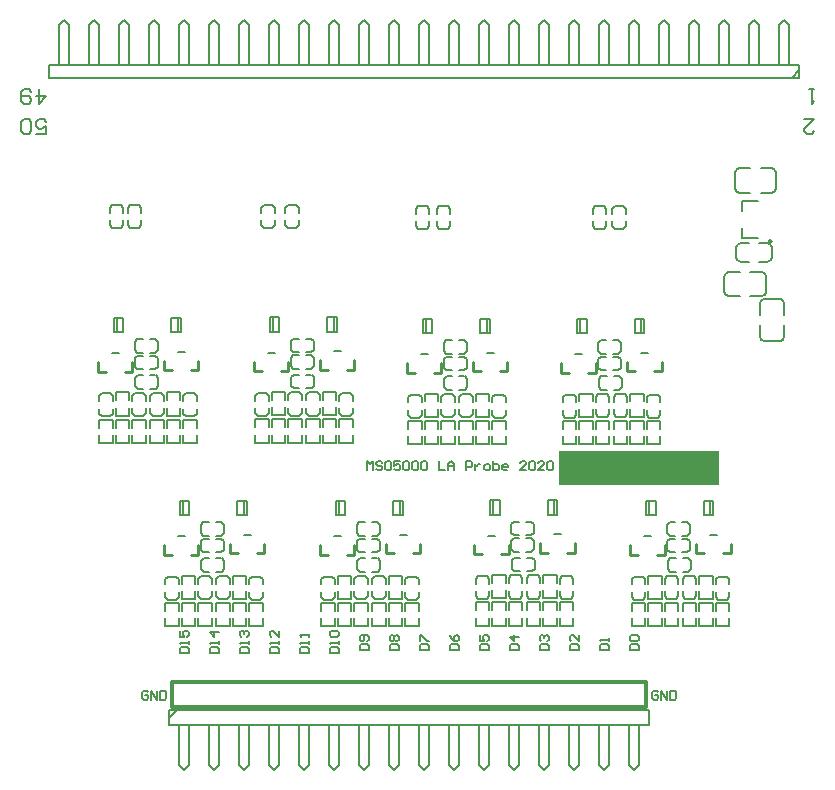
<source format=gto>
G04 Layer_Color=65535*
%FSLAX25Y25*%
%MOIN*%
G70*
G01*
G75*
%ADD21C,0.01000*%
%ADD22C,0.00600*%
%ADD28C,0.01181*%
%ADD36C,0.00787*%
%ADD37C,0.00984*%
%ADD38C,0.00800*%
%ADD39R,0.53500X0.11500*%
G54D21*
X179650Y47268D02*
X182248D01*
Y50476D01*
X170752Y47268D02*
Y50476D01*
Y47268D02*
X173350D01*
X170752D02*
X173350D01*
X170752D02*
X173350D01*
X157650Y46768D02*
X160248D01*
Y49976D01*
X148752Y46768D02*
Y49976D01*
Y46768D02*
X151350D01*
X148752D02*
X151350D01*
X148752D02*
X151350D01*
X2150Y108287D02*
X4748D01*
Y111496D01*
X-6748Y108287D02*
Y111496D01*
Y108287D02*
X-4150D01*
X-6748D02*
X-4150D01*
X-6748D02*
X-4150D01*
X-19850Y107787D02*
X-17252D01*
Y110996D01*
X-28748Y107787D02*
Y110996D01*
Y107787D02*
X-26150D01*
X-28748D02*
X-26150D01*
X-28748D02*
X-26150D01*
X24150Y47268D02*
X26748D01*
Y50476D01*
X15252Y47268D02*
Y50476D01*
Y47268D02*
X17850D01*
X15252D02*
X17850D01*
X15252D02*
X17850D01*
X2150Y46768D02*
X4748D01*
Y49976D01*
X-6748Y46768D02*
Y49976D01*
Y46768D02*
X-4150D01*
X-6748D02*
X-4150D01*
X-6748D02*
X-4150D01*
X54150Y108441D02*
X56748D01*
Y111650D01*
X45252Y108441D02*
Y111650D01*
Y108441D02*
X47850D01*
X45252D02*
X47850D01*
X45252D02*
X47850D01*
X32150Y107941D02*
X34748D01*
Y111150D01*
X23252Y107941D02*
Y111150D01*
Y107941D02*
X25850D01*
X23252D02*
X25850D01*
X23252D02*
X25850D01*
X76150Y47268D02*
X78748D01*
Y50476D01*
X67252Y47268D02*
Y50476D01*
Y47268D02*
X69850D01*
X67252D02*
X69850D01*
X67252D02*
X69850D01*
X54150Y46768D02*
X56748D01*
Y49976D01*
X45252Y46768D02*
Y49976D01*
Y46768D02*
X47850D01*
X45252D02*
X47850D01*
X45252D02*
X47850D01*
X105150Y107941D02*
X107748D01*
Y111150D01*
X96252Y107941D02*
Y111150D01*
Y107941D02*
X98850D01*
X96252D02*
X98850D01*
X96252D02*
X98850D01*
X83150Y107441D02*
X85748D01*
Y110650D01*
X74252Y107441D02*
Y110650D01*
Y107441D02*
X76850D01*
X74252D02*
X76850D01*
X74252D02*
X76850D01*
X127650Y47441D02*
X130248D01*
Y50650D01*
X118752Y47441D02*
Y50650D01*
Y47441D02*
X121350D01*
X118752D02*
X121350D01*
X118752D02*
X121350D01*
X105650Y46941D02*
X108248D01*
Y50150D01*
X96752Y46941D02*
Y50150D01*
Y46941D02*
X99350D01*
X96752D02*
X99350D01*
X96752D02*
X99350D01*
X156650Y107941D02*
X159248D01*
Y111150D01*
X147752Y107941D02*
Y111150D01*
Y107941D02*
X150350D01*
X147752D02*
X150350D01*
X147752D02*
X150350D01*
X134650Y107441D02*
X137248D01*
Y110650D01*
X125752Y107441D02*
Y110650D01*
Y107441D02*
X128350D01*
X125752D02*
X128350D01*
X125752D02*
X128350D01*
G54D22*
X148501Y15000D02*
X151500D01*
Y16499D01*
X151000Y16999D01*
X149001D01*
X148501Y16499D01*
Y15000D01*
X149001Y17999D02*
X148501Y18499D01*
Y19499D01*
X149001Y19998D01*
X151000D01*
X151500Y19499D01*
Y18499D01*
X151000Y17999D01*
X149001D01*
X138501Y15000D02*
X141500D01*
Y16499D01*
X141000Y16999D01*
X139001D01*
X138501Y16499D01*
Y15000D01*
X141500Y17999D02*
Y18999D01*
Y18499D01*
X138501D01*
X139001Y17999D01*
X128501Y15000D02*
X131500D01*
Y16499D01*
X131000Y16999D01*
X129001D01*
X128501Y16499D01*
Y15000D01*
X131500Y19998D02*
Y17999D01*
X129501Y19998D01*
X129001D01*
X128501Y19499D01*
Y18499D01*
X129001Y17999D01*
X118501Y15000D02*
X121500D01*
Y16499D01*
X121000Y16999D01*
X119001D01*
X118501Y16499D01*
Y15000D01*
X119001Y17999D02*
X118501Y18499D01*
Y19499D01*
X119001Y19998D01*
X119501D01*
X120001Y19499D01*
Y18999D01*
Y19499D01*
X120500Y19998D01*
X121000D01*
X121500Y19499D01*
Y18499D01*
X121000Y17999D01*
X108501Y15000D02*
X111500D01*
Y16499D01*
X111000Y16999D01*
X109001D01*
X108501Y16499D01*
Y15000D01*
X111500Y19499D02*
X108501D01*
X110001Y17999D01*
Y19998D01*
X98501Y15000D02*
X101500D01*
Y16499D01*
X101000Y16999D01*
X99001D01*
X98501Y16499D01*
Y15000D01*
Y19998D02*
Y17999D01*
X100001D01*
X99501Y18999D01*
Y19499D01*
X100001Y19998D01*
X101000D01*
X101500Y19499D01*
Y18499D01*
X101000Y17999D01*
X88501Y15000D02*
X91500D01*
Y16499D01*
X91000Y16999D01*
X89001D01*
X88501Y16499D01*
Y15000D01*
Y19998D02*
X89001Y18999D01*
X90000Y17999D01*
X91000D01*
X91500Y18499D01*
Y19499D01*
X91000Y19998D01*
X90500D01*
X90000Y19499D01*
Y17999D01*
X78501Y15000D02*
X81500D01*
Y16499D01*
X81000Y16999D01*
X79001D01*
X78501Y16499D01*
Y15000D01*
Y17999D02*
Y19998D01*
X79001D01*
X81000Y17999D01*
X81500D01*
X68501Y15000D02*
X71500D01*
Y16499D01*
X71000Y16999D01*
X69001D01*
X68501Y16499D01*
Y15000D01*
X69001Y17999D02*
X68501Y18499D01*
Y19499D01*
X69001Y19998D01*
X69501D01*
X70000Y19499D01*
X70500Y19998D01*
X71000D01*
X71500Y19499D01*
Y18499D01*
X71000Y17999D01*
X70500D01*
X70000Y18499D01*
X69501Y17999D01*
X69001D01*
X70000Y18499D02*
Y19499D01*
X58501Y15000D02*
X61500D01*
Y16499D01*
X61000Y16999D01*
X59001D01*
X58501Y16499D01*
Y15000D01*
X61000Y17999D02*
X61500Y18499D01*
Y19499D01*
X61000Y19998D01*
X59001D01*
X58501Y19499D01*
Y18499D01*
X59001Y17999D01*
X59501D01*
X60000Y18499D01*
Y19998D01*
X48501Y14000D02*
X51500D01*
Y15499D01*
X51000Y15999D01*
X49001D01*
X48501Y15499D01*
Y14000D01*
X51500Y16999D02*
Y17999D01*
Y17499D01*
X48501D01*
X49001Y16999D01*
Y19498D02*
X48501Y19998D01*
Y20998D01*
X49001Y21498D01*
X51000D01*
X51500Y20998D01*
Y19998D01*
X51000Y19498D01*
X49001D01*
X38501Y14000D02*
X41500D01*
Y15499D01*
X41000Y15999D01*
X39001D01*
X38501Y15499D01*
Y14000D01*
X41500Y16999D02*
Y17999D01*
Y17499D01*
X38501D01*
X39001Y16999D01*
X41500Y19498D02*
Y20498D01*
Y19998D01*
X38501D01*
X39001Y19498D01*
X28501Y14000D02*
X31500D01*
Y15499D01*
X31000Y15999D01*
X29001D01*
X28501Y15499D01*
Y14000D01*
X31500Y16999D02*
Y17999D01*
Y17499D01*
X28501D01*
X29001Y16999D01*
X31500Y21498D02*
Y19498D01*
X29501Y21498D01*
X29001D01*
X28501Y20998D01*
Y19998D01*
X29001Y19498D01*
X18501Y14000D02*
X21500D01*
Y15499D01*
X21000Y15999D01*
X19001D01*
X18501Y15499D01*
Y14000D01*
X21500Y16999D02*
Y17999D01*
Y17499D01*
X18501D01*
X19001Y16999D01*
Y19498D02*
X18501Y19998D01*
Y20998D01*
X19001Y21498D01*
X19501D01*
X20000Y20998D01*
Y20498D01*
Y20998D01*
X20500Y21498D01*
X21000D01*
X21500Y20998D01*
Y19998D01*
X21000Y19498D01*
X8501Y14000D02*
X11500D01*
Y15499D01*
X11000Y15999D01*
X9001D01*
X8501Y15499D01*
Y14000D01*
X11500Y16999D02*
Y17999D01*
Y17499D01*
X8501D01*
X9001Y16999D01*
X11500Y20998D02*
X8501D01*
X10001Y19498D01*
Y21498D01*
X-1499Y14000D02*
X1500D01*
Y15499D01*
X1000Y15999D01*
X-999D01*
X-1499Y15499D01*
Y14000D01*
X1500Y16999D02*
Y17999D01*
Y17499D01*
X-1499D01*
X-999Y16999D01*
X-1499Y21498D02*
Y19498D01*
X0D01*
X-499Y20498D01*
Y20998D01*
X0Y21498D01*
X1000D01*
X1500Y20998D01*
Y19998D01*
X1000Y19498D01*
X157999Y999D02*
X157500Y1499D01*
X156500D01*
X156000Y999D01*
Y-1000D01*
X156500Y-1500D01*
X157500D01*
X157999Y-1000D01*
Y-0D01*
X157000D01*
X158999Y-1500D02*
Y1499D01*
X160998Y-1500D01*
Y1499D01*
X161998D02*
Y-1500D01*
X163498D01*
X163997Y-1000D01*
Y999D01*
X163498Y1499D01*
X161998D01*
X-12001Y999D02*
X-12501Y1499D01*
X-13500D01*
X-14000Y999D01*
Y-1000D01*
X-13500Y-1500D01*
X-12501D01*
X-12001Y-1000D01*
Y-0D01*
X-13000D01*
X-11001Y-1500D02*
Y1499D01*
X-9002Y-1500D01*
Y1499D01*
X-8002D02*
Y-1500D01*
X-6502D01*
X-6003Y-1000D01*
Y999D01*
X-6502Y1499D01*
X-8002D01*
X61000Y75000D02*
Y77999D01*
X62000Y76999D01*
X62999Y77999D01*
Y75000D01*
X65998Y77499D02*
X65499Y77999D01*
X64499D01*
X63999Y77499D01*
Y76999D01*
X64499Y76499D01*
X65499D01*
X65998Y76000D01*
Y75500D01*
X65499Y75000D01*
X64499D01*
X63999Y75500D01*
X68498Y77999D02*
X67498D01*
X66998Y77499D01*
Y75500D01*
X67498Y75000D01*
X68498D01*
X68997Y75500D01*
Y77499D01*
X68498Y77999D01*
X71996D02*
X69997D01*
Y76499D01*
X70997Y76999D01*
X71497D01*
X71996Y76499D01*
Y75500D01*
X71497Y75000D01*
X70497D01*
X69997Y75500D01*
X72996Y77499D02*
X73496Y77999D01*
X74496D01*
X74995Y77499D01*
Y75500D01*
X74496Y75000D01*
X73496D01*
X72996Y75500D01*
Y77499D01*
X75995D02*
X76495Y77999D01*
X77495D01*
X77995Y77499D01*
Y75500D01*
X77495Y75000D01*
X76495D01*
X75995Y75500D01*
Y77499D01*
X78994D02*
X79494Y77999D01*
X80494D01*
X80993Y77499D01*
Y75500D01*
X80494Y75000D01*
X79494D01*
X78994Y75500D01*
Y77499D01*
X84992Y77999D02*
Y75000D01*
X86992D01*
X87991D02*
Y76999D01*
X88991Y77999D01*
X89991Y76999D01*
Y75000D01*
Y76499D01*
X87991D01*
X93989Y75000D02*
Y77999D01*
X95489D01*
X95989Y77499D01*
Y76499D01*
X95489Y76000D01*
X93989D01*
X96988Y76999D02*
Y75000D01*
Y76000D01*
X97488Y76499D01*
X97988Y76999D01*
X98488D01*
X100487Y75000D02*
X101487D01*
X101987Y75500D01*
Y76499D01*
X101487Y76999D01*
X100487D01*
X99987Y76499D01*
Y75500D01*
X100487Y75000D01*
X102986Y77999D02*
Y75000D01*
X104486D01*
X104986Y75500D01*
Y76000D01*
Y76499D01*
X104486Y76999D01*
X102986D01*
X107485Y75000D02*
X106485D01*
X105985Y75500D01*
Y76499D01*
X106485Y76999D01*
X107485D01*
X107985Y76499D01*
Y76000D01*
X105985D01*
X113983Y75000D02*
X111984D01*
X113983Y76999D01*
Y77499D01*
X113483Y77999D01*
X112483D01*
X111984Y77499D01*
X114982D02*
X115482Y77999D01*
X116482D01*
X116982Y77499D01*
Y75500D01*
X116482Y75000D01*
X115482D01*
X114982Y75500D01*
Y77499D01*
X119981Y75000D02*
X117982D01*
X119981Y76999D01*
Y77499D01*
X119481Y77999D01*
X118481D01*
X117982Y77499D01*
X120981D02*
X121480Y77999D01*
X122480D01*
X122980Y77499D01*
Y75500D01*
X122480Y75000D01*
X121480D01*
X120981Y75500D01*
Y77499D01*
G54D28*
X-3500Y4500D02*
X154000D01*
Y-4000D02*
Y4500D01*
X-4000Y-4000D02*
X154000D01*
X-4000D02*
Y4500D01*
G54D36*
X192394Y132925D02*
X193507Y133386D01*
X193968Y134500D01*
X193968Y139500D02*
X193507Y140614D01*
X192394Y141075D01*
X181606Y141075D02*
X180493Y140614D01*
X180032Y139500D01*
X180032Y134500D02*
X180493Y133386D01*
X181606Y132925D01*
X200075Y130394D02*
X199614Y131507D01*
X198500Y131968D01*
X193500Y131968D02*
X192386Y131507D01*
X191925Y130394D01*
X191925Y119606D02*
X192386Y118493D01*
X193500Y118032D01*
X198500Y118032D02*
X199614Y118493D01*
X200075Y119606D01*
X160988Y53929D02*
X161854Y53063D01*
Y57591D02*
X160988Y56724D01*
X167799Y53063D02*
X168665Y53929D01*
Y56724D02*
X167799Y57591D01*
X-7602Y93008D02*
X-6736Y93874D01*
X-11264D02*
X-10398Y93008D01*
X-6736Y99819D02*
X-7602Y100685D01*
X-10398D02*
X-11264Y99819D01*
X3398Y92835D02*
X4264Y93701D01*
X-264D02*
X602Y92835D01*
X4264Y99646D02*
X3398Y100512D01*
X602D02*
X-264Y99646D01*
X-24602Y92835D02*
X-23736Y93701D01*
X-28264D02*
X-27398Y92835D01*
X-23736Y99646D02*
X-24602Y100512D01*
X-27398D02*
X-28264Y99646D01*
X-13602Y93008D02*
X-12736Y93874D01*
X-17264D02*
X-16398Y93008D01*
X-12736Y99819D02*
X-13602Y100685D01*
X-16398D02*
X-17264Y99819D01*
X-8661Y105744D02*
X-9528Y106610D01*
Y102083D02*
X-8661Y102949D01*
X-15472Y106610D02*
X-16339Y105744D01*
Y102949D02*
X-15472Y102083D01*
X-8835Y112244D02*
X-9701Y113110D01*
Y108583D02*
X-8835Y109449D01*
X-15646Y113110D02*
X-16512Y112244D01*
Y109449D02*
X-15646Y108583D01*
X-16512Y114949D02*
X-15646Y114083D01*
Y118610D02*
X-16512Y117744D01*
X-9701Y114083D02*
X-8835Y114949D01*
Y117744D02*
X-9701Y118610D01*
X14398Y31988D02*
X15264Y32854D01*
X10736D02*
X11602Y31988D01*
X15264Y38799D02*
X14398Y39665D01*
X11602D02*
X10736Y38799D01*
X25398Y31815D02*
X26264Y32681D01*
X21736D02*
X22602Y31815D01*
X26264Y38626D02*
X25398Y39492D01*
X22602D02*
X21736Y38626D01*
X-2602Y31815D02*
X-1736Y32681D01*
X-6264D02*
X-5398Y31815D01*
X-1736Y38626D02*
X-2602Y39492D01*
X-5398D02*
X-6264Y38626D01*
X8398Y31988D02*
X9264Y32854D01*
X4736D02*
X5602Y31988D01*
X9264Y38799D02*
X8398Y39665D01*
X5602D02*
X4736Y38799D01*
X13339Y44724D02*
X12472Y45591D01*
Y41063D02*
X13339Y41929D01*
X6527Y45591D02*
X5661Y44724D01*
Y41929D02*
X6527Y41063D01*
X13165Y51224D02*
X12299Y52091D01*
Y47563D02*
X13165Y48429D01*
X6354Y52091D02*
X5488Y51224D01*
Y48429D02*
X6354Y47563D01*
X5488Y53929D02*
X6354Y53063D01*
Y57591D02*
X5488Y56724D01*
X12299Y53063D02*
X13165Y53929D01*
Y56724D02*
X12299Y57591D01*
X44398Y93161D02*
X45264Y94028D01*
X40736D02*
X41602Y93161D01*
X45264Y99972D02*
X44398Y100839D01*
X41602D02*
X40736Y99972D01*
X55398Y92988D02*
X56264Y93854D01*
X51736D02*
X52602Y92988D01*
X56264Y99799D02*
X55398Y100665D01*
X52602D02*
X51736Y99799D01*
X27398Y92988D02*
X28264Y93854D01*
X23736D02*
X24602Y92988D01*
X28264Y99799D02*
X27398Y100665D01*
X24602D02*
X23736Y99799D01*
X38398Y93161D02*
X39264Y94028D01*
X34736D02*
X35602Y93161D01*
X39264Y99972D02*
X38398Y100839D01*
X35602D02*
X34736Y99972D01*
X43339Y105898D02*
X42472Y106764D01*
Y102236D02*
X43339Y103102D01*
X36528Y106764D02*
X35661Y105898D01*
Y103102D02*
X36528Y102236D01*
X43165Y112398D02*
X42299Y113264D01*
Y108736D02*
X43165Y109602D01*
X36354Y113264D02*
X35488Y112398D01*
Y109602D02*
X36354Y108736D01*
X35488Y115102D02*
X36354Y114236D01*
Y118764D02*
X35488Y117898D01*
X42299Y114236D02*
X43165Y115102D01*
Y117898D02*
X42299Y118764D01*
X66398Y31988D02*
X67264Y32854D01*
X62736D02*
X63602Y31988D01*
X67264Y38799D02*
X66398Y39665D01*
X63602D02*
X62736Y38799D01*
X77398Y31815D02*
X78264Y32681D01*
X73736D02*
X74602Y31815D01*
X78264Y38626D02*
X77398Y39492D01*
X74602D02*
X73736Y38626D01*
X49398Y31815D02*
X50264Y32681D01*
X45736D02*
X46602Y31815D01*
X50264Y38626D02*
X49398Y39492D01*
X46602D02*
X45736Y38626D01*
X60398Y31988D02*
X61264Y32854D01*
X56736D02*
X57602Y31988D01*
X61264Y38799D02*
X60398Y39665D01*
X57602D02*
X56736Y38799D01*
X65339Y44724D02*
X64472Y45591D01*
Y41063D02*
X65339Y41929D01*
X58527Y45591D02*
X57661Y44724D01*
Y41929D02*
X58527Y41063D01*
X65165Y51224D02*
X64299Y52091D01*
Y47563D02*
X65165Y48429D01*
X58354Y52091D02*
X57488Y51224D01*
Y48429D02*
X58354Y47563D01*
X57488Y53929D02*
X58354Y53063D01*
Y57591D02*
X57488Y56724D01*
X64299Y53063D02*
X65165Y53929D01*
Y56724D02*
X64299Y57591D01*
X95398Y92661D02*
X96264Y93528D01*
X91736D02*
X92602Y92661D01*
X96264Y99472D02*
X95398Y100339D01*
X92602D02*
X91736Y99472D01*
X106398Y92488D02*
X107264Y93354D01*
X102736D02*
X103602Y92488D01*
X107264Y99299D02*
X106398Y100165D01*
X103602D02*
X102736Y99299D01*
X78398Y92488D02*
X79264Y93354D01*
X74736D02*
X75602Y92488D01*
X79264Y99299D02*
X78398Y100165D01*
X75602D02*
X74736Y99299D01*
X89398Y92661D02*
X90264Y93528D01*
X85736D02*
X86602Y92661D01*
X90264Y99472D02*
X89398Y100339D01*
X86602D02*
X85736Y99472D01*
X94339Y105398D02*
X93472Y106264D01*
Y101736D02*
X94339Y102602D01*
X87528Y106264D02*
X86661Y105398D01*
Y102602D02*
X87528Y101736D01*
X94165Y111898D02*
X93299Y112764D01*
Y108236D02*
X94165Y109102D01*
X87354Y112764D02*
X86488Y111898D01*
Y109102D02*
X87354Y108236D01*
X86488Y114602D02*
X87354Y113736D01*
Y118264D02*
X86488Y117398D01*
X93299Y113736D02*
X94165Y114602D01*
Y117398D02*
X93299Y118264D01*
X117898Y32161D02*
X118764Y33027D01*
X114236D02*
X115102Y32161D01*
X118764Y38972D02*
X117898Y39839D01*
X115102D02*
X114236Y38972D01*
X128898Y31988D02*
X129764Y32854D01*
X125236D02*
X126102Y31988D01*
X129764Y38799D02*
X128898Y39665D01*
X126102D02*
X125236Y38799D01*
X100898Y31988D02*
X101764Y32854D01*
X97236D02*
X98102Y31988D01*
X101764Y38799D02*
X100898Y39665D01*
X98102D02*
X97236Y38799D01*
X111898Y32161D02*
X112764Y33027D01*
X108236D02*
X109102Y32161D01*
X112764Y38972D02*
X111898Y39839D01*
X109102D02*
X108236Y38972D01*
X116839Y44898D02*
X115972Y45764D01*
Y41236D02*
X116839Y42102D01*
X110028Y45764D02*
X109161Y44898D01*
Y42102D02*
X110028Y41236D01*
X116665Y51398D02*
X115799Y52264D01*
Y47736D02*
X116665Y48602D01*
X109854Y52264D02*
X108988Y51398D01*
Y48602D02*
X109854Y47736D01*
X108988Y54102D02*
X109854Y53236D01*
Y57764D02*
X108988Y56898D01*
X115799Y53236D02*
X116665Y54102D01*
Y56898D02*
X115799Y57764D01*
X146898Y92661D02*
X147764Y93528D01*
X143236D02*
X144102Y92661D01*
X147764Y99472D02*
X146898Y100339D01*
X144102D02*
X143236Y99472D01*
X157898Y92488D02*
X158764Y93354D01*
X154236D02*
X155102Y92488D01*
X158764Y99299D02*
X157898Y100165D01*
X155102D02*
X154236Y99299D01*
X129898Y92488D02*
X130764Y93354D01*
X126236D02*
X127102Y92488D01*
X130764Y99299D02*
X129898Y100165D01*
X127102D02*
X126236Y99299D01*
X140898Y92661D02*
X141764Y93528D01*
X137236D02*
X138102Y92661D01*
X141764Y99472D02*
X140898Y100339D01*
X138102D02*
X137236Y99472D01*
X145839Y105398D02*
X144972Y106264D01*
Y101736D02*
X145839Y102602D01*
X139028Y106264D02*
X138161Y105398D01*
Y102602D02*
X139028Y101736D01*
X145665Y111898D02*
X144799Y112764D01*
Y108236D02*
X145665Y109102D01*
X138854Y112764D02*
X137988Y111898D01*
Y109102D02*
X138854Y108236D01*
X137988Y114602D02*
X138854Y113736D01*
Y118264D02*
X137988Y117398D01*
X144799Y113736D02*
X145665Y114602D01*
Y117398D02*
X144799Y118264D01*
X169898Y31988D02*
X170764Y32854D01*
X166236D02*
X167102Y31988D01*
X170764Y38799D02*
X169898Y39665D01*
X167102D02*
X166236Y38799D01*
X180898Y31815D02*
X181764Y32681D01*
X177236D02*
X178102Y31815D01*
X181764Y38626D02*
X180898Y39492D01*
X178102D02*
X177236Y38626D01*
X152898Y31815D02*
X153764Y32681D01*
X149236D02*
X150102Y31815D01*
X153764Y38626D02*
X152898Y39492D01*
X150102D02*
X149236Y38626D01*
X163898Y31988D02*
X164764Y32854D01*
X160236D02*
X161102Y31988D01*
X164764Y38799D02*
X163898Y39665D01*
X161102D02*
X160236Y38799D01*
X168839Y44724D02*
X167972Y45591D01*
Y41063D02*
X168839Y41929D01*
X162028Y45591D02*
X161161Y44724D01*
Y41929D02*
X162028Y41063D01*
X168665Y51224D02*
X167799Y52091D01*
Y47563D02*
X168665Y48429D01*
X161854Y52091D02*
X160988Y51224D01*
Y48429D02*
X161854Y47563D01*
X-15102Y155661D02*
X-14236Y156528D01*
X-18764D02*
X-17898Y155661D01*
X-14236Y162472D02*
X-15102Y163339D01*
X-17898D02*
X-18764Y162472D01*
X-21102Y155661D02*
X-20236Y156528D01*
X-24764D02*
X-23898Y155661D01*
X-20236Y162472D02*
X-21102Y163339D01*
X-23898D02*
X-24764Y162472D01*
X37398Y155661D02*
X38264Y156528D01*
X33736D02*
X34602Y155661D01*
X38264Y162472D02*
X37398Y163339D01*
X34602D02*
X33736Y162472D01*
X29398Y155661D02*
X30264Y156528D01*
X25736D02*
X26602Y155661D01*
X30264Y162472D02*
X29398Y163339D01*
X26602D02*
X25736Y162472D01*
X87898Y155335D02*
X88764Y156201D01*
X84236D02*
X85102Y155335D01*
X88764Y162146D02*
X87898Y163012D01*
X85102D02*
X84236Y162146D01*
X80898Y155335D02*
X81764Y156201D01*
X77236D02*
X78102Y155335D01*
X81764Y162146D02*
X80898Y163012D01*
X78102D02*
X77236Y162146D01*
X146398Y155335D02*
X147264Y156201D01*
X142736D02*
X143602Y155335D01*
X147264Y162146D02*
X146398Y163012D01*
X143602D02*
X142736Y162146D01*
X139898Y155335D02*
X140764Y156201D01*
X136236D02*
X137102Y155335D01*
X140764Y162146D02*
X139898Y163012D01*
X137102D02*
X136236Y162146D01*
X183925Y145965D02*
X184386Y144851D01*
X185500Y144390D01*
X185500Y150610D02*
X184386Y150149D01*
X183925Y149035D01*
X196012Y149035D02*
X195551Y150149D01*
X194437Y150610D01*
Y144390D02*
X195551Y144851D01*
X196012Y145965D01*
X195894Y167425D02*
X197007Y167886D01*
X197468Y169000D01*
X197468Y174000D02*
X197007Y175114D01*
X195894Y175575D01*
X185106Y175575D02*
X183993Y175114D01*
X183531Y174000D01*
X183531Y169000D02*
X183993Y167886D01*
X185106Y167425D01*
X193968Y134500D02*
Y139500D01*
X188772Y141075D02*
X192394D01*
X180032Y134500D02*
Y139500D01*
X181606Y141075D02*
X185228D01*
X181606Y132925D02*
X185228D01*
X188772D02*
X192394D01*
X193500Y131968D02*
X198500D01*
X191925Y126772D02*
Y130394D01*
X193500Y118032D02*
X198500D01*
X191925Y119606D02*
Y123228D01*
X200075Y119606D02*
Y123228D01*
Y126772D02*
Y130394D01*
X160988Y53929D02*
Y56724D01*
X161874Y53063D02*
X163646D01*
X161874Y57591D02*
X163646D01*
X166008Y53063D02*
X167780D01*
X166008Y57591D02*
X167780D01*
X168665Y53929D02*
Y56724D01*
X175319Y53370D02*
X177681D01*
X153319Y52870D02*
X155681D01*
X173280Y59965D02*
X176429D01*
X173280Y64689D02*
X176429D01*
X175366Y59965D02*
Y64689D01*
X176429Y59965D02*
Y64689D01*
X173280Y59965D02*
Y64689D01*
X154071D02*
X157220D01*
X154071Y59965D02*
X157220D01*
X155134D02*
Y64689D01*
X154071Y59965D02*
Y64689D01*
X157220Y59965D02*
Y64689D01*
X-10398Y93008D02*
X-7602D01*
X-6736Y93894D02*
Y95665D01*
X-11264Y93894D02*
Y95665D01*
X-6736Y98027D02*
Y99799D01*
X-11264Y98027D02*
Y99799D01*
X-10398Y100685D02*
X-7602D01*
X-6736Y89028D02*
Y91685D01*
Y84008D02*
Y86665D01*
X-11264Y89028D02*
Y91685D01*
Y84008D02*
Y86665D01*
Y91685D02*
X-6736D01*
X-11264Y84008D02*
X-6736D01*
X-4220Y120984D02*
X-1071D01*
X-4220Y125709D02*
X-1071D01*
X-2134Y120984D02*
Y125709D01*
X-1071Y120984D02*
Y125709D01*
X-4220Y120984D02*
Y125709D01*
X-1236Y98181D02*
Y100839D01*
Y93161D02*
Y95819D01*
X-5764Y98181D02*
Y100839D01*
Y93161D02*
Y95819D01*
Y100839D02*
X-1236D01*
X-5764Y93161D02*
X-1236D01*
Y89028D02*
Y91685D01*
Y84008D02*
Y86665D01*
X-5764Y89028D02*
Y91685D01*
Y84008D02*
Y86665D01*
Y91685D02*
X-1236D01*
X-5764Y84008D02*
X-1236D01*
X-2181Y114390D02*
X181D01*
X602Y92835D02*
X3398D01*
X4264Y93721D02*
Y95492D01*
X-264Y93721D02*
Y95492D01*
X4264Y97854D02*
Y99626D01*
X-264Y97854D02*
Y99626D01*
X602Y100512D02*
X3398D01*
X4264Y89028D02*
Y91685D01*
Y84008D02*
Y86665D01*
X-264Y89028D02*
Y91685D01*
Y84008D02*
Y86665D01*
Y91685D02*
X4264D01*
X-264Y84008D02*
X4264D01*
X-27398Y92835D02*
X-24602D01*
X-23736Y93721D02*
Y95492D01*
X-28264Y93721D02*
Y95492D01*
X-23736Y97854D02*
Y99626D01*
X-28264Y97854D02*
Y99626D01*
X-27398Y100512D02*
X-24602D01*
X-23736Y89028D02*
Y91685D01*
Y84008D02*
Y86665D01*
X-28264Y89028D02*
Y91685D01*
Y84008D02*
Y86665D01*
Y91685D02*
X-23736D01*
X-28264Y84008D02*
X-23736D01*
X-23429Y125709D02*
X-20279D01*
X-23429Y120984D02*
X-20279D01*
X-22366D02*
Y125709D01*
X-23429Y120984D02*
Y125709D01*
X-20279Y120984D02*
Y125709D01*
X-18236Y98181D02*
Y100839D01*
Y93161D02*
Y95819D01*
X-22764Y98181D02*
Y100839D01*
Y93161D02*
Y95819D01*
Y100839D02*
X-18236D01*
X-22764Y93161D02*
X-18236D01*
Y89028D02*
Y91685D01*
Y84008D02*
Y86665D01*
X-22764Y89028D02*
Y91685D01*
Y84008D02*
Y86665D01*
Y91685D02*
X-18236D01*
X-22764Y84008D02*
X-18236D01*
X-24181Y113890D02*
X-21819D01*
X-16398Y93008D02*
X-13602D01*
X-12736Y93894D02*
Y95665D01*
X-17264Y93894D02*
Y95665D01*
X-12736Y98027D02*
Y99799D01*
X-17264Y98027D02*
Y99799D01*
X-16398Y100685D02*
X-13602D01*
X-12736Y89028D02*
Y91685D01*
Y84008D02*
Y86665D01*
X-17264Y89028D02*
Y91685D01*
Y84008D02*
Y86665D01*
Y91685D02*
X-12736D01*
X-17264Y84008D02*
X-12736D01*
X-8661Y102949D02*
Y105744D01*
X-11319Y106610D02*
X-9547D01*
X-11319Y102083D02*
X-9547D01*
X-15453Y106610D02*
X-13681D01*
X-15453Y102083D02*
X-13681D01*
X-16339Y102949D02*
Y105744D01*
X-8835Y109449D02*
Y112244D01*
X-11492Y113110D02*
X-9720D01*
X-11492Y108583D02*
X-9720D01*
X-15626Y113110D02*
X-13854D01*
X-15626Y108583D02*
X-13854D01*
X-16512Y109449D02*
Y112244D01*
Y114949D02*
Y117744D01*
X-15626Y114083D02*
X-13854D01*
X-15626Y118610D02*
X-13854D01*
X-11492Y114083D02*
X-9720D01*
X-11492Y118610D02*
X-9720D01*
X-8835Y114949D02*
Y117744D01*
X11602Y31988D02*
X14398D01*
X15264Y32874D02*
Y34646D01*
X10736Y32874D02*
Y34646D01*
X15264Y37008D02*
Y38780D01*
X10736Y37008D02*
Y38780D01*
X11602Y39665D02*
X14398D01*
X15264Y28008D02*
Y30665D01*
Y22988D02*
Y25646D01*
X10736Y28008D02*
Y30665D01*
Y22988D02*
Y25646D01*
Y30665D02*
X15264D01*
X10736Y22988D02*
X15264D01*
X17779Y59965D02*
X20929D01*
X17779Y64689D02*
X20929D01*
X19866Y59965D02*
Y64689D01*
X20929Y59965D02*
Y64689D01*
X17779Y59965D02*
Y64689D01*
X20764Y37161D02*
Y39819D01*
Y32142D02*
Y34799D01*
X16236Y37161D02*
Y39819D01*
Y32142D02*
Y34799D01*
Y39819D02*
X20764D01*
X16236Y32142D02*
X20764D01*
Y28008D02*
Y30665D01*
Y22988D02*
Y25646D01*
X16236Y28008D02*
Y30665D01*
Y22988D02*
Y25646D01*
Y30665D02*
X20764D01*
X16236Y22988D02*
X20764D01*
X19819Y53370D02*
X22181D01*
X22602Y31815D02*
X25398D01*
X26264Y32701D02*
Y34473D01*
X21736Y32701D02*
Y34472D01*
X26264Y36835D02*
Y38606D01*
X21736Y36835D02*
Y38606D01*
X22602Y39492D02*
X25398D01*
X26264Y28008D02*
Y30665D01*
Y22988D02*
Y25646D01*
X21736Y28008D02*
Y30665D01*
Y22988D02*
Y25646D01*
Y30665D02*
X26264D01*
X21736Y22988D02*
X26264D01*
X-5398Y31815D02*
X-2602D01*
X-1736Y32701D02*
Y34473D01*
X-6264Y32701D02*
Y34472D01*
X-1736Y36835D02*
Y38606D01*
X-6264Y36835D02*
Y38606D01*
X-5398Y39492D02*
X-2602D01*
X-1736Y28008D02*
Y30665D01*
Y22988D02*
Y25646D01*
X-6264Y28008D02*
Y30665D01*
Y22988D02*
Y25646D01*
Y30665D02*
X-1736D01*
X-6264Y22988D02*
X-1736D01*
X-1429Y64689D02*
X1720D01*
X-1429Y59965D02*
X1720D01*
X-366D02*
Y64689D01*
X-1429Y59965D02*
Y64689D01*
X1720Y59965D02*
Y64689D01*
X3764Y37161D02*
Y39819D01*
Y32142D02*
Y34799D01*
X-764Y37161D02*
Y39819D01*
Y32142D02*
Y34799D01*
Y39819D02*
X3764D01*
X-764Y32142D02*
X3764D01*
Y28008D02*
Y30665D01*
Y22988D02*
Y25646D01*
X-764Y28008D02*
Y30665D01*
Y22988D02*
Y25646D01*
Y30665D02*
X3764D01*
X-764Y22988D02*
X3764D01*
X-2181Y52870D02*
X181D01*
X5602Y31988D02*
X8398D01*
X9264Y32874D02*
Y34646D01*
X4736Y32874D02*
Y34646D01*
X9264Y37008D02*
Y38780D01*
X4736Y37008D02*
Y38780D01*
X5602Y39665D02*
X8398D01*
X9264Y28008D02*
Y30665D01*
Y22988D02*
Y25646D01*
X4736Y28008D02*
Y30665D01*
Y22988D02*
Y25646D01*
Y30665D02*
X9264D01*
X4736Y22988D02*
X9264D01*
X13339Y41929D02*
Y44724D01*
X10681Y45591D02*
X12453D01*
X10681Y41063D02*
X12453D01*
X6547Y45591D02*
X8319D01*
X6547Y41063D02*
X8319D01*
X5661Y41929D02*
Y44724D01*
X13165Y48429D02*
Y51224D01*
X10508Y52091D02*
X12280D01*
X10508Y47563D02*
X12280D01*
X6374Y52091D02*
X8146D01*
X6374Y47563D02*
X8146D01*
X5488Y48429D02*
Y51224D01*
Y53929D02*
Y56724D01*
X6374Y53063D02*
X8146D01*
X6374Y57591D02*
X8146D01*
X10508Y53063D02*
X12280D01*
X10508Y57591D02*
X12280D01*
X13165Y53929D02*
Y56724D01*
X41602Y93161D02*
X44398D01*
X45264Y94047D02*
Y95819D01*
X40736Y94047D02*
Y95819D01*
X45264Y98181D02*
Y99953D01*
X40736Y98181D02*
Y99953D01*
X41602Y100839D02*
X44398D01*
X45264Y89181D02*
Y91839D01*
Y84161D02*
Y86819D01*
X40736Y89181D02*
Y91839D01*
Y84161D02*
Y86819D01*
Y91839D02*
X45264D01*
X40736Y84161D02*
X45264D01*
X47780Y121138D02*
X50929D01*
X47780Y125862D02*
X50929D01*
X49866Y121138D02*
Y125862D01*
X50929Y121138D02*
Y125862D01*
X47780Y121138D02*
Y125862D01*
X50764Y98335D02*
Y100992D01*
Y93315D02*
Y95972D01*
X46236Y98335D02*
Y100992D01*
Y93315D02*
Y95972D01*
Y100992D02*
X50764D01*
X46236Y93315D02*
X50764D01*
Y89181D02*
Y91839D01*
Y84161D02*
Y86819D01*
X46236Y89181D02*
Y91839D01*
Y84161D02*
Y86819D01*
Y91839D02*
X50764D01*
X46236Y84161D02*
X50764D01*
X49819Y114543D02*
X52181D01*
X52602Y92988D02*
X55398D01*
X56264Y93874D02*
Y95646D01*
X51736Y93874D02*
Y95646D01*
X56264Y98008D02*
Y99779D01*
X51736Y98008D02*
Y99779D01*
X52602Y100665D02*
X55398D01*
X56264Y89181D02*
Y91839D01*
Y84161D02*
Y86819D01*
X51736Y89181D02*
Y91839D01*
Y84161D02*
Y86819D01*
Y91839D02*
X56264D01*
X51736Y84161D02*
X56264D01*
X24602Y92988D02*
X27398D01*
X28264Y93874D02*
Y95646D01*
X23736Y93874D02*
Y95646D01*
X28264Y98008D02*
Y99779D01*
X23736Y98008D02*
Y99779D01*
X24602Y100665D02*
X27398D01*
X28264Y89181D02*
Y91839D01*
Y84161D02*
Y86819D01*
X23736Y89181D02*
Y91839D01*
Y84161D02*
Y86819D01*
Y91839D02*
X28264D01*
X23736Y84161D02*
X28264D01*
X28571Y125862D02*
X31721D01*
X28571Y121138D02*
X31721D01*
X29634D02*
Y125862D01*
X28571Y121138D02*
Y125862D01*
X31721Y121138D02*
Y125862D01*
X33764Y98335D02*
Y100992D01*
Y93315D02*
Y95972D01*
X29236Y98335D02*
Y100992D01*
Y93315D02*
Y95972D01*
Y100992D02*
X33764D01*
X29236Y93315D02*
X33764D01*
Y89181D02*
Y91839D01*
Y84161D02*
Y86819D01*
X29236Y89181D02*
Y91839D01*
Y84161D02*
Y86819D01*
Y91839D02*
X33764D01*
X29236Y84161D02*
X33764D01*
X27819Y114043D02*
X30181D01*
X35602Y93161D02*
X38398D01*
X39264Y94047D02*
Y95819D01*
X34736Y94047D02*
Y95819D01*
X39264Y98181D02*
Y99953D01*
X34736Y98181D02*
Y99953D01*
X35602Y100839D02*
X38398D01*
X39264Y89181D02*
Y91839D01*
Y84161D02*
Y86819D01*
X34736Y89181D02*
Y91839D01*
Y84161D02*
Y86819D01*
Y91839D02*
X39264D01*
X34736Y84161D02*
X39264D01*
X43339Y103102D02*
Y105898D01*
X40681Y106764D02*
X42453D01*
X40681Y102236D02*
X42453D01*
X36547Y106764D02*
X38319D01*
X36547Y102236D02*
X38319D01*
X35661Y103102D02*
Y105898D01*
X43165Y109602D02*
Y112398D01*
X40508Y113264D02*
X42279D01*
X40508Y108736D02*
X42279D01*
X36374Y113264D02*
X38146D01*
X36374Y108736D02*
X38146D01*
X35488Y109602D02*
Y112398D01*
Y115102D02*
Y117898D01*
X36374Y114236D02*
X38146D01*
X36374Y118764D02*
X38146D01*
X40508Y114236D02*
X42279D01*
X40508Y118764D02*
X42279D01*
X43165Y115102D02*
Y117898D01*
X63602Y31988D02*
X66398D01*
X67264Y32874D02*
Y34646D01*
X62736Y32874D02*
Y34646D01*
X67264Y37008D02*
Y38780D01*
X62736Y37008D02*
Y38780D01*
X63602Y39665D02*
X66398D01*
X67264Y28008D02*
Y30665D01*
Y22988D02*
Y25646D01*
X62736Y28008D02*
Y30665D01*
Y22988D02*
Y25646D01*
Y30665D02*
X67264D01*
X62736Y22988D02*
X67264D01*
X69779Y59965D02*
X72929D01*
X69779Y64689D02*
X72929D01*
X71866Y59965D02*
Y64689D01*
X72929Y59965D02*
Y64689D01*
X69779Y59965D02*
Y64689D01*
X72764Y37161D02*
Y39819D01*
Y32142D02*
Y34799D01*
X68236Y37161D02*
Y39819D01*
Y32142D02*
Y34799D01*
Y39819D02*
X72764D01*
X68236Y32142D02*
X72764D01*
Y28008D02*
Y30665D01*
Y22988D02*
Y25646D01*
X68236Y28008D02*
Y30665D01*
Y22988D02*
Y25646D01*
Y30665D02*
X72764D01*
X68236Y22988D02*
X72764D01*
X71819Y53370D02*
X74181D01*
X74602Y31815D02*
X77398D01*
X78264Y32701D02*
Y34473D01*
X73736Y32701D02*
Y34472D01*
X78264Y36835D02*
Y38606D01*
X73736Y36835D02*
Y38606D01*
X74602Y39492D02*
X77398D01*
X78264Y28008D02*
Y30665D01*
Y22988D02*
Y25646D01*
X73736Y28008D02*
Y30665D01*
Y22988D02*
Y25646D01*
Y30665D02*
X78264D01*
X73736Y22988D02*
X78264D01*
X46602Y31815D02*
X49398D01*
X50264Y32701D02*
Y34473D01*
X45736Y32701D02*
Y34472D01*
X50264Y36835D02*
Y38606D01*
X45736Y36835D02*
Y38606D01*
X46602Y39492D02*
X49398D01*
X50264Y28008D02*
Y30665D01*
Y22988D02*
Y25646D01*
X45736Y28008D02*
Y30665D01*
Y22988D02*
Y25646D01*
Y30665D02*
X50264D01*
X45736Y22988D02*
X50264D01*
X50571Y64689D02*
X53720D01*
X50571Y59965D02*
X53720D01*
X51634D02*
Y64689D01*
X50571Y59965D02*
Y64689D01*
X53720Y59965D02*
Y64689D01*
X55764Y37161D02*
Y39819D01*
Y32142D02*
Y34799D01*
X51236Y37161D02*
Y39819D01*
Y32142D02*
Y34799D01*
Y39819D02*
X55764D01*
X51236Y32142D02*
X55764D01*
Y28008D02*
Y30665D01*
Y22988D02*
Y25646D01*
X51236Y28008D02*
Y30665D01*
Y22988D02*
Y25646D01*
Y30665D02*
X55764D01*
X51236Y22988D02*
X55764D01*
X49819Y52870D02*
X52181D01*
X57602Y31988D02*
X60398D01*
X61264Y32874D02*
Y34646D01*
X56736Y32874D02*
Y34646D01*
X61264Y37008D02*
Y38780D01*
X56736Y37008D02*
Y38780D01*
X57602Y39665D02*
X60398D01*
X61264Y28008D02*
Y30665D01*
Y22988D02*
Y25646D01*
X56736Y28008D02*
Y30665D01*
Y22988D02*
Y25646D01*
Y30665D02*
X61264D01*
X56736Y22988D02*
X61264D01*
X65338Y41929D02*
Y44724D01*
X62681Y45591D02*
X64453D01*
X62681Y41063D02*
X64453D01*
X58547Y45591D02*
X60319D01*
X58547Y41063D02*
X60319D01*
X57661Y41929D02*
Y44724D01*
X65165Y48429D02*
Y51224D01*
X62508Y52091D02*
X64280D01*
X62508Y47563D02*
X64280D01*
X58374Y52091D02*
X60146D01*
X58374Y47563D02*
X60146D01*
X57488Y48429D02*
Y51224D01*
Y53929D02*
Y56724D01*
X58374Y53063D02*
X60146D01*
X58374Y57591D02*
X60146D01*
X62508Y53063D02*
X64280D01*
X62508Y57591D02*
X64280D01*
X65165Y53929D02*
Y56724D01*
X92602Y92661D02*
X95398D01*
X96264Y93547D02*
Y95319D01*
X91736Y93547D02*
Y95319D01*
X96264Y97681D02*
Y99453D01*
X91736Y97681D02*
Y99453D01*
X92602Y100339D02*
X95398D01*
X96264Y88681D02*
Y91339D01*
Y83661D02*
Y86319D01*
X91736Y88681D02*
Y91339D01*
Y83661D02*
Y86319D01*
Y91339D02*
X96264D01*
X91736Y83661D02*
X96264D01*
X98779Y120638D02*
X101929D01*
X98779Y125362D02*
X101929D01*
X100866Y120638D02*
Y125362D01*
X101929Y120638D02*
Y125362D01*
X98779Y120638D02*
Y125362D01*
X101764Y97835D02*
Y100492D01*
Y92815D02*
Y95472D01*
X97236Y97835D02*
Y100492D01*
Y92815D02*
Y95472D01*
Y100492D02*
X101764D01*
X97236Y92815D02*
X101764D01*
Y88681D02*
Y91339D01*
Y83661D02*
Y86319D01*
X97236Y88681D02*
Y91339D01*
Y83661D02*
Y86319D01*
Y91339D02*
X101764D01*
X97236Y83661D02*
X101764D01*
X100819Y114043D02*
X103181D01*
X103602Y92488D02*
X106398D01*
X107264Y93374D02*
Y95146D01*
X102736Y93374D02*
Y95146D01*
X107264Y97508D02*
Y99279D01*
X102736Y97508D02*
Y99279D01*
X103602Y100165D02*
X106398D01*
X107264Y88681D02*
Y91339D01*
Y83661D02*
Y86319D01*
X102736Y88681D02*
Y91339D01*
Y83661D02*
Y86319D01*
Y91339D02*
X107264D01*
X102736Y83661D02*
X107264D01*
X75602Y92488D02*
X78398D01*
X79264Y93374D02*
Y95146D01*
X74736Y93374D02*
Y95146D01*
X79264Y97508D02*
Y99279D01*
X74736Y97508D02*
Y99279D01*
X75602Y100165D02*
X78398D01*
X79264Y88681D02*
Y91339D01*
Y83661D02*
Y86319D01*
X74736Y88681D02*
Y91339D01*
Y83661D02*
Y86319D01*
Y91339D02*
X79264D01*
X74736Y83661D02*
X79264D01*
X79571Y125362D02*
X82721D01*
X79571Y120638D02*
X82721D01*
X80634D02*
Y125362D01*
X79571Y120638D02*
Y125362D01*
X82721Y120638D02*
Y125362D01*
X84764Y97835D02*
Y100492D01*
Y92815D02*
Y95472D01*
X80236Y97835D02*
Y100492D01*
Y92815D02*
Y95472D01*
Y100492D02*
X84764D01*
X80236Y92815D02*
X84764D01*
Y88681D02*
Y91339D01*
Y83661D02*
Y86319D01*
X80236Y88681D02*
Y91339D01*
Y83661D02*
Y86319D01*
Y91339D02*
X84764D01*
X80236Y83661D02*
X84764D01*
X78819Y113543D02*
X81181D01*
X86602Y92661D02*
X89398D01*
X90264Y93547D02*
Y95319D01*
X85736Y93547D02*
Y95319D01*
X90264Y97681D02*
Y99453D01*
X85736Y97681D02*
Y99453D01*
X86602Y100339D02*
X89398D01*
X90264Y88681D02*
Y91339D01*
Y83661D02*
Y86319D01*
X85736Y88681D02*
Y91339D01*
Y83661D02*
Y86319D01*
Y91339D02*
X90264D01*
X85736Y83661D02*
X90264D01*
X94339Y102602D02*
Y105398D01*
X91681Y106264D02*
X93453D01*
X91681Y101736D02*
X93453D01*
X87547Y106264D02*
X89319D01*
X87547Y101736D02*
X89319D01*
X86661Y102602D02*
Y105398D01*
X94165Y109102D02*
Y111898D01*
X91508Y112764D02*
X93279D01*
X91508Y108236D02*
X93279D01*
X87374Y112764D02*
X89146D01*
X87374Y108236D02*
X89146D01*
X86488Y109102D02*
Y111898D01*
Y114602D02*
Y117398D01*
X87374Y113736D02*
X89146D01*
X87374Y118264D02*
X89146D01*
X91508Y113736D02*
X93279D01*
X91508Y118264D02*
X93279D01*
X94165Y114602D02*
Y117398D01*
X115102Y32161D02*
X117898D01*
X118764Y33047D02*
Y34819D01*
X114236Y33047D02*
Y34819D01*
X118764Y37181D02*
Y38953D01*
X114236Y37181D02*
Y38953D01*
X115102Y39839D02*
X117898D01*
X118764Y28181D02*
Y30839D01*
Y23161D02*
Y25819D01*
X114236Y28181D02*
Y30839D01*
Y23161D02*
Y25819D01*
Y30839D02*
X118764D01*
X114236Y23161D02*
X118764D01*
X121280Y60138D02*
X124429D01*
X121280Y64862D02*
X124429D01*
X123366Y60138D02*
Y64862D01*
X124429Y60138D02*
Y64862D01*
X121280Y60138D02*
Y64862D01*
X124264Y37335D02*
Y39992D01*
Y32315D02*
Y34972D01*
X119736Y37335D02*
Y39992D01*
Y32315D02*
Y34972D01*
Y39992D02*
X124264D01*
X119736Y32315D02*
X124264D01*
Y28181D02*
Y30839D01*
Y23161D02*
Y25819D01*
X119736Y28181D02*
Y30839D01*
Y23161D02*
Y25819D01*
Y30839D02*
X124264D01*
X119736Y23161D02*
X124264D01*
X123319Y53543D02*
X125681D01*
X126102Y31988D02*
X128898D01*
X129764Y32874D02*
Y34646D01*
X125236Y32874D02*
Y34646D01*
X129764Y37008D02*
Y38780D01*
X125236Y37008D02*
Y38780D01*
X126102Y39665D02*
X128898D01*
X129764Y28181D02*
Y30839D01*
Y23161D02*
Y25819D01*
X125236Y28181D02*
Y30839D01*
Y23161D02*
Y25819D01*
Y30839D02*
X129764D01*
X125236Y23161D02*
X129764D01*
X98102Y31988D02*
X100898D01*
X101764Y32874D02*
Y34646D01*
X97236Y32874D02*
Y34646D01*
X101764Y37008D02*
Y38780D01*
X97236Y37008D02*
Y38780D01*
X98102Y39665D02*
X100898D01*
X101764Y28181D02*
Y30839D01*
Y23161D02*
Y25819D01*
X97236Y28181D02*
Y30839D01*
Y23161D02*
Y25819D01*
Y30839D02*
X101764D01*
X97236Y23161D02*
X101764D01*
X102071Y64862D02*
X105220D01*
X102071Y60138D02*
X105220D01*
X103134D02*
Y64862D01*
X102071Y60138D02*
Y64862D01*
X105220Y60138D02*
Y64862D01*
X107264Y37335D02*
Y39992D01*
Y32315D02*
Y34972D01*
X102736Y37335D02*
Y39992D01*
Y32315D02*
Y34972D01*
Y39992D02*
X107264D01*
X102736Y32315D02*
X107264D01*
Y28181D02*
Y30839D01*
Y23161D02*
Y25819D01*
X102736Y28181D02*
Y30839D01*
Y23161D02*
Y25819D01*
Y30839D02*
X107264D01*
X102736Y23161D02*
X107264D01*
X101319Y53043D02*
X103681D01*
X109102Y32161D02*
X111898D01*
X112764Y33047D02*
Y34819D01*
X108236Y33047D02*
Y34819D01*
X112764Y37181D02*
Y38953D01*
X108236Y37181D02*
Y38953D01*
X109102Y39839D02*
X111898D01*
X112764Y28181D02*
Y30839D01*
Y23161D02*
Y25819D01*
X108236Y28181D02*
Y30839D01*
Y23161D02*
Y25819D01*
Y30839D02*
X112764D01*
X108236Y23161D02*
X112764D01*
X116839Y42102D02*
Y44898D01*
X114181Y45764D02*
X115953D01*
X114181Y41236D02*
X115953D01*
X110047Y45764D02*
X111819D01*
X110047Y41236D02*
X111819D01*
X109161Y42102D02*
Y44898D01*
X116665Y48602D02*
Y51398D01*
X114008Y52264D02*
X115779D01*
X114008Y47736D02*
X115779D01*
X109874Y52264D02*
X111646D01*
X109874Y47736D02*
X111646D01*
X108988Y48602D02*
Y51398D01*
Y54102D02*
Y56898D01*
X109874Y53236D02*
X111646D01*
X109874Y57764D02*
X111646D01*
X114008Y53236D02*
X115779D01*
X114008Y57764D02*
X115779D01*
X116665Y54102D02*
Y56898D01*
X144102Y92661D02*
X146898D01*
X147764Y93547D02*
Y95319D01*
X143236Y93547D02*
Y95319D01*
X147764Y97681D02*
Y99453D01*
X143236Y97681D02*
Y99453D01*
X144102Y100339D02*
X146898D01*
X147764Y88681D02*
Y91339D01*
Y83661D02*
Y86319D01*
X143236Y88681D02*
Y91339D01*
Y83661D02*
Y86319D01*
Y91339D02*
X147764D01*
X143236Y83661D02*
X147764D01*
X150279Y120638D02*
X153429D01*
X150279Y125362D02*
X153429D01*
X152366Y120638D02*
Y125362D01*
X153429Y120638D02*
Y125362D01*
X150279Y120638D02*
Y125362D01*
X153264Y97835D02*
Y100492D01*
Y92815D02*
Y95472D01*
X148736Y97835D02*
Y100492D01*
Y92815D02*
Y95472D01*
Y100492D02*
X153264D01*
X148736Y92815D02*
X153264D01*
Y88681D02*
Y91339D01*
Y83661D02*
Y86319D01*
X148736Y88681D02*
Y91339D01*
Y83661D02*
Y86319D01*
Y91339D02*
X153264D01*
X148736Y83661D02*
X153264D01*
X152319Y114043D02*
X154681D01*
X155102Y92488D02*
X157898D01*
X158764Y93374D02*
Y95146D01*
X154236Y93374D02*
Y95146D01*
X158764Y97508D02*
Y99279D01*
X154236Y97508D02*
Y99279D01*
X155102Y100165D02*
X157898D01*
X158764Y88681D02*
Y91339D01*
Y83661D02*
Y86319D01*
X154236Y88681D02*
Y91339D01*
Y83661D02*
Y86319D01*
Y91339D02*
X158764D01*
X154236Y83661D02*
X158764D01*
X127102Y92488D02*
X129898D01*
X130764Y93374D02*
Y95146D01*
X126236Y93374D02*
Y95146D01*
X130764Y97508D02*
Y99279D01*
X126236Y97508D02*
Y99279D01*
X127102Y100165D02*
X129898D01*
X130764Y88681D02*
Y91339D01*
Y83661D02*
Y86319D01*
X126236Y88681D02*
Y91339D01*
Y83661D02*
Y86319D01*
Y91339D02*
X130764D01*
X126236Y83661D02*
X130764D01*
X131071Y125362D02*
X134221D01*
X131071Y120638D02*
X134221D01*
X132134D02*
Y125362D01*
X131071Y120638D02*
Y125362D01*
X134221Y120638D02*
Y125362D01*
X136264Y97835D02*
Y100492D01*
Y92815D02*
Y95472D01*
X131736Y97835D02*
Y100492D01*
Y92815D02*
Y95472D01*
Y100492D02*
X136264D01*
X131736Y92815D02*
X136264D01*
Y88681D02*
Y91339D01*
Y83661D02*
Y86319D01*
X131736Y88681D02*
Y91339D01*
Y83661D02*
Y86319D01*
Y91339D02*
X136264D01*
X131736Y83661D02*
X136264D01*
X130319Y113543D02*
X132681D01*
X138102Y92661D02*
X140898D01*
X141764Y93547D02*
Y95319D01*
X137236Y93547D02*
Y95319D01*
X141764Y97681D02*
Y99453D01*
X137236Y97681D02*
Y99453D01*
X138102Y100339D02*
X140898D01*
X141764Y88681D02*
Y91339D01*
Y83661D02*
Y86319D01*
X137236Y88681D02*
Y91339D01*
Y83661D02*
Y86319D01*
Y91339D02*
X141764D01*
X137236Y83661D02*
X141764D01*
X145839Y102602D02*
Y105398D01*
X143181Y106264D02*
X144953D01*
X143181Y101736D02*
X144953D01*
X139047Y106264D02*
X140819D01*
X139047Y101736D02*
X140819D01*
X138161Y102602D02*
Y105398D01*
X145665Y109102D02*
Y111898D01*
X143008Y112764D02*
X144780D01*
X143008Y108236D02*
X144780D01*
X138874Y112764D02*
X140646D01*
X138874Y108236D02*
X140646D01*
X137988Y109102D02*
Y111898D01*
Y114602D02*
Y117398D01*
X138874Y113736D02*
X140646D01*
X138874Y118264D02*
X140646D01*
X143008Y113736D02*
X144780D01*
X143008Y118264D02*
X144780D01*
X145665Y114602D02*
Y117398D01*
X167102Y31988D02*
X169898D01*
X170764Y32874D02*
Y34646D01*
X166236Y32874D02*
Y34646D01*
X170764Y37008D02*
Y38780D01*
X166236Y37008D02*
Y38780D01*
X167102Y39665D02*
X169898D01*
X170764Y28008D02*
Y30665D01*
Y22988D02*
Y25646D01*
X166236Y28008D02*
Y30665D01*
Y22988D02*
Y25646D01*
Y30665D02*
X170764D01*
X166236Y22988D02*
X170764D01*
X176264Y37161D02*
Y39819D01*
Y32142D02*
Y34799D01*
X171736Y37161D02*
Y39819D01*
Y32142D02*
Y34799D01*
Y39819D02*
X176264D01*
X171736Y32142D02*
X176264D01*
Y28008D02*
Y30665D01*
Y22988D02*
Y25646D01*
X171736Y28008D02*
Y30665D01*
Y22988D02*
Y25646D01*
Y30665D02*
X176264D01*
X171736Y22988D02*
X176264D01*
X178102Y31815D02*
X180898D01*
X181764Y32701D02*
Y34473D01*
X177236Y32701D02*
Y34472D01*
X181764Y36835D02*
Y38606D01*
X177236Y36835D02*
Y38606D01*
X178102Y39492D02*
X180898D01*
X181764Y28008D02*
Y30665D01*
Y22988D02*
Y25646D01*
X177236Y28008D02*
Y30665D01*
Y22988D02*
Y25646D01*
Y30665D02*
X181764D01*
X177236Y22988D02*
X181764D01*
X150102Y31815D02*
X152898D01*
X153764Y32701D02*
Y34473D01*
X149236Y32701D02*
Y34472D01*
X153764Y36835D02*
Y38606D01*
X149236Y36835D02*
Y38606D01*
X150102Y39492D02*
X152898D01*
X153764Y28008D02*
Y30665D01*
Y22988D02*
Y25646D01*
X149236Y28008D02*
Y30665D01*
Y22988D02*
Y25646D01*
Y30665D02*
X153764D01*
X149236Y22988D02*
X153764D01*
X159264Y37161D02*
Y39819D01*
Y32142D02*
Y34799D01*
X154736Y37161D02*
Y39819D01*
Y32142D02*
Y34799D01*
Y39819D02*
X159264D01*
X154736Y32142D02*
X159264D01*
Y28008D02*
Y30665D01*
Y22988D02*
Y25646D01*
X154736Y28008D02*
Y30665D01*
Y22988D02*
Y25646D01*
Y30665D02*
X159264D01*
X154736Y22988D02*
X159264D01*
X161102Y31988D02*
X163898D01*
X164764Y32874D02*
Y34646D01*
X160236Y32874D02*
Y34646D01*
X164764Y37008D02*
Y38780D01*
X160236Y37008D02*
Y38780D01*
X161102Y39665D02*
X163898D01*
X164764Y28008D02*
Y30665D01*
Y22988D02*
Y25646D01*
X160236Y28008D02*
Y30665D01*
Y22988D02*
Y25646D01*
Y30665D02*
X164764D01*
X160236Y22988D02*
X164764D01*
X168839Y41929D02*
Y44724D01*
X166181Y45591D02*
X167953D01*
X166181Y41063D02*
X167953D01*
X162047Y45591D02*
X163819D01*
X162047Y41063D02*
X163819D01*
X161161Y41929D02*
Y44724D01*
X168665Y48429D02*
Y51224D01*
X166008Y52091D02*
X167780D01*
X166008Y47563D02*
X167780D01*
X161874Y52091D02*
X163646D01*
X161874Y47563D02*
X163646D01*
X160988Y48429D02*
Y51224D01*
X-17898Y155661D02*
X-15102D01*
X-14236Y156547D02*
Y158319D01*
X-18764Y156547D02*
Y158319D01*
X-14236Y160681D02*
Y162453D01*
X-18764Y160681D02*
Y162453D01*
X-17898Y163339D02*
X-15102D01*
X-23898Y155661D02*
X-21102D01*
X-20236Y156547D02*
Y158319D01*
X-24764Y156547D02*
Y158319D01*
X-20236Y160681D02*
Y162453D01*
X-24764Y160681D02*
Y162453D01*
X-23898Y163339D02*
X-21102D01*
X34602Y155661D02*
X37398D01*
X38264Y156547D02*
Y158319D01*
X33736Y156547D02*
Y158319D01*
X38264Y160681D02*
Y162453D01*
X33736Y160681D02*
Y162453D01*
X34602Y163339D02*
X37398D01*
X26602Y155661D02*
X29398D01*
X30264Y156547D02*
Y158319D01*
X25736Y156547D02*
Y158319D01*
X30264Y160681D02*
Y162453D01*
X25736Y160681D02*
Y162453D01*
X26602Y163339D02*
X29398D01*
X85102Y155335D02*
X87898D01*
X88764Y156220D02*
Y157992D01*
X84236Y156220D02*
Y157992D01*
X88764Y160354D02*
Y162126D01*
X84236Y160354D02*
Y162126D01*
X85102Y163012D02*
X87898D01*
X78102Y155335D02*
X80898D01*
X81764Y156220D02*
Y157992D01*
X77236Y156220D02*
Y157992D01*
X81764Y160354D02*
Y162126D01*
X77236Y160354D02*
Y162126D01*
X78102Y163012D02*
X80898D01*
X143602Y155335D02*
X146398D01*
X147264Y156220D02*
Y157992D01*
X142736Y156220D02*
Y157992D01*
X147264Y160354D02*
Y162126D01*
X142736Y160354D02*
Y162126D01*
X143602Y163012D02*
X146398D01*
X137102Y155335D02*
X139898D01*
X140764Y156220D02*
Y157992D01*
X136236Y156220D02*
Y157992D01*
X140764Y160354D02*
Y162126D01*
X136236Y160354D02*
Y162126D01*
X137102Y163012D02*
X139898D01*
X205000Y205833D02*
Y210000D01*
X-45000D02*
X205000D01*
X-45000Y205833D02*
Y210000D01*
X202500Y205833D02*
X205000Y208333D01*
X201667Y210000D02*
Y223333D01*
X200000Y225000D02*
X201667Y223333D01*
X198333D02*
X200000Y225000D01*
X198333Y210000D02*
Y223333D01*
X191667Y210000D02*
Y223333D01*
X190000Y225000D02*
X191667Y223333D01*
X188333D02*
X190000Y225000D01*
X188333Y210000D02*
Y223333D01*
X181667Y210000D02*
Y223333D01*
X180000Y225000D02*
X181667Y223333D01*
X178333D02*
X180000Y225000D01*
X178333Y210000D02*
Y223333D01*
X171667Y210000D02*
Y223333D01*
X170000Y225000D02*
X171667Y223333D01*
X168333D02*
X170000Y225000D01*
X168333Y210000D02*
Y223333D01*
X161667Y210000D02*
Y223333D01*
X160000Y225000D02*
X161667Y223333D01*
X158333D02*
X160000Y225000D01*
X158333Y210000D02*
Y223333D01*
X151667Y210000D02*
Y223333D01*
X150000Y225000D02*
X151667Y223333D01*
X148333D02*
X150000Y225000D01*
X148333Y210000D02*
Y223333D01*
X141667Y210000D02*
Y223333D01*
X140000Y225000D02*
X141667Y223333D01*
X138333D02*
X140000Y225000D01*
X138333Y210000D02*
Y223333D01*
X131667Y210000D02*
Y223333D01*
X130000Y225000D02*
X131667Y223333D01*
X128333D02*
X130000Y225000D01*
X128333Y210000D02*
Y223333D01*
X121667Y210000D02*
Y223333D01*
X120000Y225000D02*
X121667Y223333D01*
X118333D02*
X120000Y225000D01*
X118333Y210000D02*
Y223333D01*
X111667Y210000D02*
Y223333D01*
X110000Y225000D02*
X111667Y223333D01*
X108333D02*
X110000Y225000D01*
X108333Y210000D02*
Y223333D01*
X101667Y210000D02*
Y223333D01*
X100000Y225000D02*
X101667Y223333D01*
X98333D02*
X100000Y225000D01*
X98333Y210000D02*
Y223333D01*
X91667Y210000D02*
Y223333D01*
X90000Y225000D02*
X91667Y223333D01*
X88333D02*
X90000Y225000D01*
X88333Y210000D02*
Y223333D01*
X81667Y210000D02*
Y223333D01*
X80000Y225000D02*
X81667Y223333D01*
X78333D02*
X80000Y225000D01*
X78333Y210000D02*
Y223333D01*
X71667Y210000D02*
Y223333D01*
X70000Y225000D02*
X71667Y223333D01*
X68333D02*
X70000Y225000D01*
X68333Y210000D02*
Y223333D01*
X61667Y210000D02*
Y223333D01*
X60000Y225000D02*
X61667Y223333D01*
X58333D02*
X60000Y225000D01*
X58333Y210000D02*
Y223333D01*
X51667Y210000D02*
Y223333D01*
X50000Y225000D02*
X51667Y223333D01*
X48333D02*
X50000Y225000D01*
X48333Y210000D02*
Y223333D01*
X41667Y210000D02*
Y223333D01*
X40000Y225000D02*
X41667Y223333D01*
X38333D02*
X40000Y225000D01*
X38333Y210000D02*
Y223333D01*
X31667Y210000D02*
Y223333D01*
X30000Y225000D02*
X31667Y223333D01*
X28333D02*
X30000Y225000D01*
X28333Y210000D02*
Y223333D01*
X21667Y210000D02*
Y223333D01*
X20000Y225000D02*
X21667Y223333D01*
X18333D02*
X20000Y225000D01*
X18333Y210000D02*
Y223333D01*
X11667Y210000D02*
Y223333D01*
X10000Y225000D02*
X11667Y223333D01*
X8333D02*
X10000Y225000D01*
X8333Y210000D02*
Y223333D01*
X1667Y210000D02*
Y223333D01*
X0Y225000D02*
X1667Y223333D01*
X-1667D02*
X0Y225000D01*
X-1667Y210000D02*
Y223333D01*
X-8333Y210000D02*
Y223333D01*
X-10000Y225000D02*
X-8333Y223333D01*
X-11667D02*
X-10000Y225000D01*
X-11667Y210000D02*
Y223333D01*
X-18333Y210000D02*
Y223333D01*
X-20000Y225000D02*
X-18333Y223333D01*
X-21667D02*
X-20000Y225000D01*
X-21667Y210000D02*
Y223333D01*
X-28333Y210000D02*
Y223333D01*
X-30000Y225000D02*
X-28333Y223333D01*
X-31667D02*
X-30000Y225000D01*
X-31667Y210000D02*
Y223333D01*
X-38333Y210000D02*
Y223333D01*
X-40000Y225000D02*
X-38333Y223333D01*
X-41667D02*
X-40000Y225000D01*
X-41667Y210000D02*
Y223333D01*
X-45000Y205833D02*
X205000D01*
X-5000Y-5000D02*
X155000D01*
X151667Y-23333D02*
Y-10000D01*
X150000Y-25000D02*
X151667Y-23333D01*
X148333D02*
X150000Y-25000D01*
X148333Y-23333D02*
Y-10000D01*
X141667Y-23333D02*
Y-10000D01*
X140000Y-25000D02*
X141667Y-23333D01*
X138333D02*
X140000Y-25000D01*
X138333Y-23333D02*
Y-10000D01*
X131667Y-23333D02*
Y-10000D01*
X130000Y-25000D02*
X131667Y-23333D01*
X128333D02*
X130000Y-25000D01*
X128333Y-23333D02*
Y-10000D01*
X121667Y-23333D02*
Y-10000D01*
X120000Y-25000D02*
X121667Y-23333D01*
X118333D02*
X120000Y-25000D01*
X118333Y-23333D02*
Y-10000D01*
X111667Y-23333D02*
Y-10000D01*
X110000Y-25000D02*
X111667Y-23333D01*
X108333D02*
X110000Y-25000D01*
X108333Y-23333D02*
Y-10000D01*
X101667Y-23333D02*
Y-10000D01*
X100000Y-25000D02*
X101667Y-23333D01*
X98333D02*
X100000Y-25000D01*
X98333Y-23333D02*
Y-10000D01*
X91667Y-23333D02*
Y-10000D01*
X90000Y-25000D02*
X91667Y-23333D01*
X88333D02*
X90000Y-25000D01*
X88333Y-23333D02*
Y-10000D01*
X81667Y-23333D02*
Y-10000D01*
X80000Y-25000D02*
X81667Y-23333D01*
X78333D02*
X80000Y-25000D01*
X78333Y-23333D02*
Y-10000D01*
X71667Y-23333D02*
Y-10000D01*
X70000Y-25000D02*
X71667Y-23333D01*
X68333D02*
X70000Y-25000D01*
X68333Y-23333D02*
Y-10000D01*
X61667Y-23333D02*
Y-10000D01*
X60000Y-25000D02*
X61667Y-23333D01*
X58333D02*
X60000Y-25000D01*
X58333Y-23333D02*
Y-10000D01*
X51667Y-23333D02*
Y-10000D01*
X50000Y-25000D02*
X51667Y-23333D01*
X48333D02*
X50000Y-25000D01*
X48333Y-23333D02*
Y-10000D01*
X41667Y-23333D02*
Y-10000D01*
X40000Y-25000D02*
X41667Y-23333D01*
X38333D02*
X40000Y-25000D01*
X38333Y-23333D02*
Y-10000D01*
X31667Y-23333D02*
Y-10000D01*
X30000Y-25000D02*
X31667Y-23333D01*
X28333D02*
X30000Y-25000D01*
X28333Y-23333D02*
Y-10000D01*
X21667Y-23333D02*
Y-10000D01*
X20000Y-25000D02*
X21667Y-23333D01*
X18333D02*
X20000Y-25000D01*
X18333Y-23333D02*
Y-10000D01*
X11667Y-23333D02*
Y-10000D01*
X10000Y-25000D02*
X11667Y-23333D01*
X8333D02*
X10000Y-25000D01*
X8333Y-23333D02*
Y-10000D01*
X1667Y-23333D02*
Y-10000D01*
X0Y-25000D02*
X1667Y-23333D01*
X-1667D02*
X0Y-25000D01*
X-1667Y-23333D02*
Y-10000D01*
X-5000Y-7500D02*
X-2500Y-5000D01*
X155000Y-10000D02*
Y-5000D01*
X-5000Y-10000D02*
X155000D01*
X-5000D02*
Y-5000D01*
X185957Y161354D02*
Y164602D01*
X191469D01*
X185957Y152398D02*
Y155646D01*
Y152398D02*
X191469D01*
X191543Y144390D02*
X194437D01*
X183925Y145965D02*
Y149035D01*
X196012Y145965D02*
Y149035D01*
X185500Y144390D02*
X188394D01*
X185500Y150610D02*
X188394D01*
X191543Y150610D02*
X194437D01*
X197468Y169000D02*
Y174000D01*
X192272Y175575D02*
X195894D01*
X183531Y169000D02*
Y174000D01*
X185106Y175575D02*
X188728D01*
X185106Y167425D02*
X188728D01*
X192272D02*
X195894D01*
G54D37*
X195799Y151315D02*
X195061Y151741D01*
Y150889D01*
X195799Y151315D01*
G54D38*
X206668Y192000D02*
X210000D01*
X206668Y188668D01*
Y187835D01*
X207501Y187002D01*
X209167D01*
X210000Y187835D01*
Y202000D02*
X208334D01*
X209167D01*
Y197002D01*
X210000Y197835D01*
X-48499Y202000D02*
Y197002D01*
X-46000Y199501D01*
X-49332D01*
X-50998Y201167D02*
X-51831Y202000D01*
X-53498D01*
X-54331Y201167D01*
Y197835D01*
X-53498Y197002D01*
X-51831D01*
X-50998Y197835D01*
Y198668D01*
X-51831Y199501D01*
X-54331D01*
X-49332Y187002D02*
X-46000D01*
Y189501D01*
X-47666Y188668D01*
X-48499D01*
X-49332Y189501D01*
Y191167D01*
X-48499Y192000D01*
X-46833D01*
X-46000Y191167D01*
X-50998Y187835D02*
X-51831Y187002D01*
X-53498D01*
X-54331Y187835D01*
Y191167D01*
X-53498Y192000D01*
X-51831D01*
X-50998Y191167D01*
Y187835D01*
G54D39*
X151750Y75750D02*
D03*
M02*

</source>
